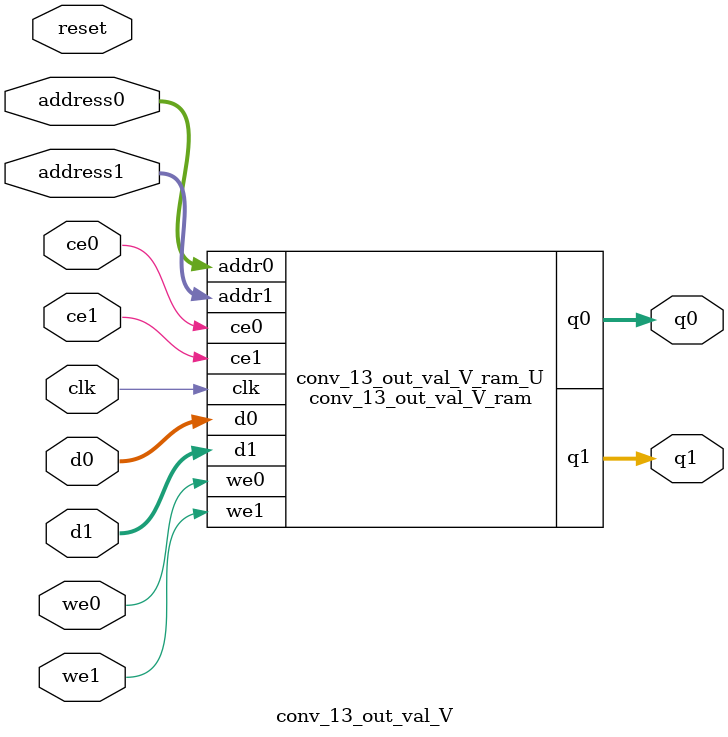
<source format=v>

`timescale 1 ns / 1 ps
module conv_13_out_val_V_ram (addr0, ce0, d0, we0, q0, addr1, ce1, d1, we1, q1,  clk);

parameter DWIDTH = 16;
parameter AWIDTH = 5;
parameter MEM_SIZE = 32;

input[AWIDTH-1:0] addr0;
input ce0;
input[DWIDTH-1:0] d0;
input we0;
output reg[DWIDTH-1:0] q0;
input[AWIDTH-1:0] addr1;
input ce1;
input[DWIDTH-1:0] d1;
input we1;
output reg[DWIDTH-1:0] q1;
input clk;

(* ram_style = "block" *)reg [DWIDTH-1:0] ram[0:MEM_SIZE-1];




always @(posedge clk)  
begin 
    if (ce0) 
    begin
        if (we0) 
        begin 
            ram[addr0] <= d0; 
            q0 <= d0;
        end 
        else 
            q0 <= ram[addr0];
    end
end


always @(posedge clk)  
begin 
    if (ce1) 
    begin
        if (we1) 
        begin 
            ram[addr1] <= d1; 
            q1 <= d1;
        end 
        else 
            q1 <= ram[addr1];
    end
end


endmodule


`timescale 1 ns / 1 ps
module conv_13_out_val_V(
    reset,
    clk,
    address0,
    ce0,
    we0,
    d0,
    q0,
    address1,
    ce1,
    we1,
    d1,
    q1);

parameter DataWidth = 32'd16;
parameter AddressRange = 32'd32;
parameter AddressWidth = 32'd5;
input reset;
input clk;
input[AddressWidth - 1:0] address0;
input ce0;
input we0;
input[DataWidth - 1:0] d0;
output[DataWidth - 1:0] q0;
input[AddressWidth - 1:0] address1;
input ce1;
input we1;
input[DataWidth - 1:0] d1;
output[DataWidth - 1:0] q1;



conv_13_out_val_V_ram conv_13_out_val_V_ram_U(
    .clk( clk ),
    .addr0( address0 ),
    .ce0( ce0 ),
    .d0( d0 ),
    .we0( we0 ),
    .q0( q0 ),
    .addr1( address1 ),
    .ce1( ce1 ),
    .d1( d1 ),
    .we1( we1 ),
    .q1( q1 ));

endmodule


</source>
